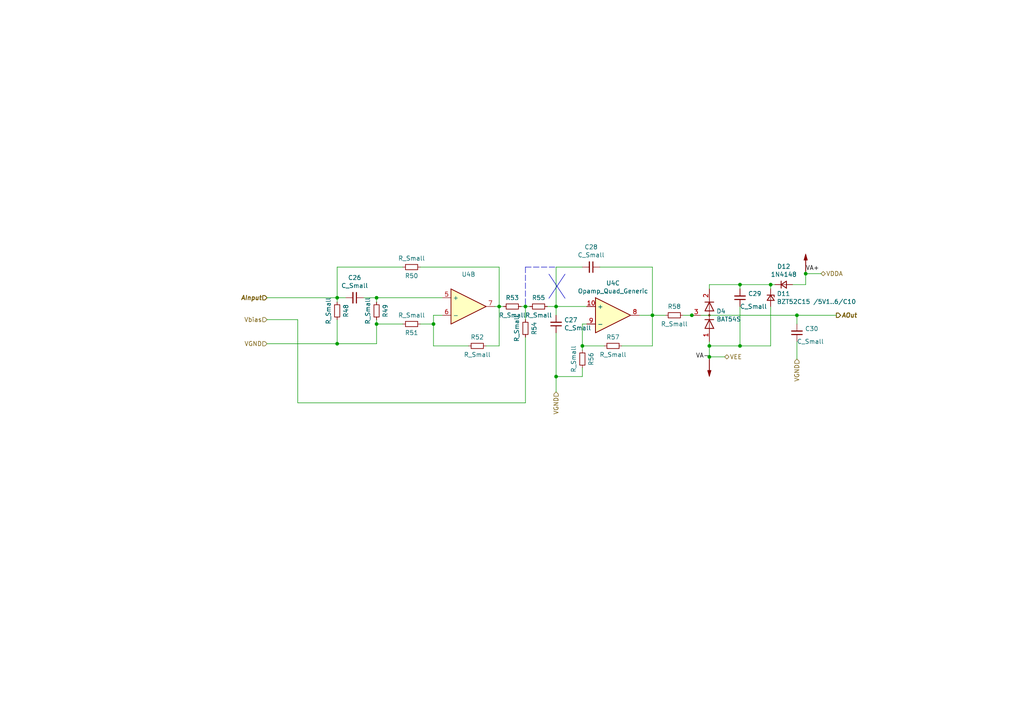
<source format=kicad_sch>
(kicad_sch (version 20230121) (generator eeschema)
  (paper "A4")
  (lib_symbols
    (symbol "Device:C_Small" (pin_numbers hide) (pin_names (offset 0.254) hide)
      (property "Reference" "C" (at 0.254 1.778 0))
      (property "Value" "C_Small" (at 0.254 -2.032 0))
      (symbol "C_Small_0_1"
        (polyline (pts (xy -1.524 -0.508) (xy 1.524 -0.508)) (stroke (width 0.3302)))
        (polyline (pts (xy -1.524 0.508) (xy 1.524 0.508)) (stroke (width 0.3048)))
      )
      (symbol "C_Small_1_1"
        (pin passive line (at 0 2.54 270) (length 2.032) (name "~") (number "1"))
        (pin passive line (at 0 -2.54 90) (length 2.032) (name "~") (number "2"))
      )
    )
    (symbol "Device:D_Small" (pin_numbers hide) (pin_names (offset 0.254) hide)
      (property "Reference" "D" (at -1.27 2.032 0))
      (property "Value" "D_Small" (at -3.81 -2.032 0))
      (symbol "D_Small_0_1"
        (polyline (pts (xy -0.762 -1.016) (xy -0.762 1.016)) (stroke (width 0.254)))
        (polyline (pts (xy -0.762 0) (xy 0.762 0)))
        (polyline (pts (xy 0.762 -1.016) (xy -0.762 0) (xy 0.762 1.016) (xy 0.762 -1.016)) (stroke (width 0.254)))
      )
      (symbol "D_Small_1_1"
        (pin passive line (at -2.54 0 0) (length 1.778) (name "K") (number "1"))
        (pin passive line (at 2.54 0 180) (length 1.778) (name "A") (number "2"))
      )
    )
    (symbol "Device:D_Zener_Small" (pin_numbers hide) (pin_names (offset 0.254) hide)
      (property "Reference" "D" (at 0 2.286 0))
      (property "Value" "D_Zener_Small" (at 0 -2.286 0))
      (symbol "D_Zener_Small_0_1"
        (polyline (pts (xy 0.762 0) (xy -0.762 0)))
        (polyline (pts (xy -0.254 1.016) (xy -0.762 1.016) (xy -0.762 -1.016)) (stroke (width 0.254)))
        (polyline (pts (xy 0.762 1.016) (xy -0.762 0) (xy 0.762 -1.016) (xy 0.762 1.016)) (stroke (width 0.254)))
      )
      (symbol "D_Zener_Small_1_1"
        (pin passive line (at -2.54 0 0) (length 1.778) (name "K") (number "1"))
        (pin passive line (at 2.54 0 180) (length 1.778) (name "A") (number "2"))
      )
    )
    (symbol "Device:R_Small" (pin_numbers hide) (pin_names (offset 0.254) hide)
      (property "Reference" "R" (at 0.762 0.508 0))
      (property "Value" "R_Small" (at 0.762 -1.016 0))
      (symbol "R_Small_0_1"
        (rectangle (start -0.762 1.778) (end 0.762 -1.778) (stroke (width 0.2032)))
      )
      (symbol "R_Small_1_1"
        (pin passive line (at 0 2.54 270) (length 0.762) (name "~") (number "1"))
        (pin passive line (at 0 -2.54 90) (length 0.762) (name "~") (number "2"))
      )
    )
    (symbol "Graphic:SYM_Arrow_Normal" (in_bom no) (on_board no)
      (symbol "SYM_Arrow_Normal_0_1"
        (polyline (pts (xy 1.524 0) (xy -2.54 0)) (stroke (width 0.254)))
        (polyline (pts (xy 2.54 0) (xy 0.762 -0.508) (xy 0.762 0.508) (xy 2.54 0)) (fill (type outline)))
      )
    )
    (symbol "Sallen-Keys_filter-rescue:D_x2_Serial_AKC-Device" (pin_names (offset 0.762) hide)
      (property "Reference" "D" (at 1.27 -2.54 0))
      (property "Value" "Device_D_x2_Serial_AKC" (at 0 2.54 0))
      (symbol "D_x2_Serial_AKC-Device_0_1"
        (polyline (pts (xy -3.81 0) (xy 3.81 0)))
        (polyline (pts (xy 0 0) (xy 0 -2.54)))
        (polyline (pts (xy 6.35 0) (xy 7.62 0)))
        (polyline (pts (xy -1.27 -1.27) (xy -1.27 1.27) (xy -1.27 1.27)) (stroke (width 0.254)))
        (polyline (pts (xy 3.81 1.27) (xy 3.81 -1.27) (xy 3.81 -1.27)) (stroke (width 0.254)))
        (polyline (pts (xy -3.81 1.27) (xy -1.27 0) (xy -3.81 -1.27) (xy -3.81 1.27) (xy -3.81 1.27) (xy -3.81 1.27)) (stroke (width 0.254)))
        (polyline (pts (xy 1.27 1.27) (xy 3.81 0) (xy 1.27 -1.27) (xy 1.27 1.27) (xy 1.27 1.27) (xy 1.27 1.27)) (stroke (width 0.254)))
        (circle (center 0 0) (radius 0.254) (fill (type outline)))
        (pin passive line (at -7.62 0 0) (length 3.81) (name "A") (number "1"))
        (pin passive line (at 7.62 0 180) (length 3.81) (name "K") (number "2"))
        (pin passive line (at 0 -5.08 90) (length 2.54) (name "common") (number "3"))
      )
    )
    (symbol "Sallen-Keys_filter-rescue:Opamp_Quad_Generic-Device"
      (property "Reference" "U" (at 0 5.08 0))
      (property "Value" "Device_Opamp_Quad_Generic" (at 0 -5.08 0))
      (symbol "Opamp_Quad_Generic-Device_1_1"
        (polyline (pts (xy -5.08 5.08) (xy 5.08 0) (xy -5.08 -5.08) (xy -5.08 5.08)) (stroke (width 0.254)) (fill (type background)))
        (pin output line (at 7.62 0 180) (length 2.54) (name "~") (number "1"))
        (pin input line (at -7.62 -2.54 0) (length 2.54) (name "-") (number "2"))
        (pin input line (at -7.62 2.54 0) (length 2.54) (name "+") (number "3"))
      )
      (symbol "Opamp_Quad_Generic-Device_2_1"
        (polyline (pts (xy -5.08 5.08) (xy 5.08 0) (xy -5.08 -5.08) (xy -5.08 5.08)) (stroke (width 0.254)) (fill (type background)))
        (pin input line (at -7.62 2.54 0) (length 2.54) (name "+") (number "5"))
        (pin input line (at -7.62 -2.54 0) (length 2.54) (name "-") (number "6"))
        (pin output line (at 7.62 0 180) (length 2.54) (name "~") (number "7"))
      )
      (symbol "Opamp_Quad_Generic-Device_3_1"
        (polyline (pts (xy -5.08 5.08) (xy 5.08 0) (xy -5.08 -5.08) (xy -5.08 5.08)) (stroke (width 0.254)) (fill (type background)))
        (pin input line (at -7.62 2.54 0) (length 2.54) (name "+") (number "10"))
        (pin output line (at 7.62 0 180) (length 2.54) (name "~") (number "8"))
        (pin input line (at -7.62 -2.54 0) (length 2.54) (name "-") (number "9"))
      )
      (symbol "Opamp_Quad_Generic-Device_4_1"
        (polyline (pts (xy -5.08 5.08) (xy 5.08 0) (xy -5.08 -5.08) (xy -5.08 5.08)) (stroke (width 0.254)) (fill (type background)))
        (pin input line (at -7.62 2.54 0) (length 2.54) (name "+") (number "12"))
        (pin input line (at -7.62 -2.54 0) (length 2.54) (name "-") (number "13"))
        (pin output line (at 7.62 0 180) (length 2.54) (name "~") (number "14"))
      )
      (symbol "Opamp_Quad_Generic-Device_5_1"
        (pin power_in line (at -2.54 -7.62 90) (length 3.81) (name "V-") (number "11"))
        (pin power_in line (at -2.54 7.62 270) (length 3.81) (name "V+") (number "4"))
      )
    )
  )
  (junction (at 205.74 100.33))
  (junction (at 161.29 88.9))
  (junction (at 168.91 100.33))
  (junction (at 223.52 82.55))
  (junction (at 97.79 86.36))
  (junction (at 161.29 109.22))
  (junction (at 144.78 88.9))
  (junction (at 200.66 91.44))
  (junction (at 97.79 99.695))
  (junction (at 214.63 100.33))
  (junction (at 109.22 93.98))
  (junction (at 231.14 91.44))
  (junction (at 109.22 86.36))
  (junction (at 233.68 79.375))
  (junction (at 189.23 91.44))
  (junction (at 205.74 103.505))
  (junction (at 152.4 88.9))
  (junction (at 214.63 82.55))
  (junction (at 125.73 93.98))
  (wire (pts (xy 205.74 104.14) (xy 205.74 103.505)))
  (wire (pts (xy 86.36 92.71) (xy 86.36 116.84)))
  (wire (pts (xy 109.22 93.98) (xy 109.22 92.71)))
  (wire (pts (xy 77.47 99.695) (xy 97.79 99.695)))
  (wire (pts (xy 161.29 109.22) (xy 168.91 109.22)))
  (wire (pts (xy 198.12 91.44) (xy 200.66 91.44)))
  (wire (pts (xy 214.63 83.82) (xy 214.63 82.55)))
  (wire (pts (xy 105.41 86.36) (xy 109.22 86.36)))
  (wire (pts (xy 152.4 88.9) (xy 152.4 92.71)))
  (wire (pts (xy 175.26 100.33) (xy 168.91 100.33)))
  (wire (pts (xy 189.23 100.33) (xy 189.23 91.44)))
  (wire (pts (xy 151.13 88.9) (xy 152.4 88.9)))
  (polyline (pts (xy 152.4 77.47) (xy 152.4 88.9)) (stroke (width 0) (type dash)))
  (wire (pts (xy 143.51 88.9) (xy 144.78 88.9)))
  (wire (pts (xy 223.52 100.33) (xy 214.63 100.33)))
  (wire (pts (xy 109.22 87.63) (xy 109.22 86.36)))
  (wire (pts (xy 205.74 103.505) (xy 210.185 103.505)))
  (wire (pts (xy 100.33 86.36) (xy 97.79 86.36)))
  (wire (pts (xy 144.78 77.47) (xy 144.78 88.9)))
  (wire (pts (xy 173.99 77.47) (xy 189.23 77.47)))
  (wire (pts (xy 97.79 99.695) (xy 109.22 99.695)))
  (wire (pts (xy 233.68 79.375) (xy 238.125 79.375)))
  (wire (pts (xy 144.78 88.9) (xy 146.05 88.9)))
  (wire (pts (xy 77.47 92.71) (xy 86.36 92.71)))
  (wire (pts (xy 168.91 101.6) (xy 168.91 100.33)))
  (wire (pts (xy 97.79 99.695) (xy 97.79 92.71)))
  (wire (pts (xy 97.79 86.36) (xy 97.79 87.63)))
  (wire (pts (xy 233.68 78.74) (xy 233.68 79.375)))
  (wire (pts (xy 189.23 91.44) (xy 185.42 91.44)))
  (wire (pts (xy 223.52 82.55) (xy 214.63 82.55)))
  (wire (pts (xy 109.22 99.695) (xy 109.22 93.98)))
  (wire (pts (xy 152.4 88.9) (xy 153.67 88.9)))
  (wire (pts (xy 200.66 91.44) (xy 231.14 91.44)))
  (wire (pts (xy 205.74 82.55) (xy 214.63 82.55)))
  (wire (pts (xy 97.79 86.36) (xy 97.79 77.47)))
  (wire (pts (xy 193.04 91.44) (xy 189.23 91.44)))
  (wire (pts (xy 135.89 100.33) (xy 125.73 100.33)))
  (wire (pts (xy 116.84 93.98) (xy 109.22 93.98)))
  (wire (pts (xy 168.91 109.22) (xy 168.91 106.68)))
  (wire (pts (xy 231.14 99.06) (xy 231.14 104.14)))
  (wire (pts (xy 168.91 77.47) (xy 161.29 77.47)))
  (wire (pts (xy 152.4 116.84) (xy 152.4 97.79)))
  (wire (pts (xy 223.52 88.9) (xy 223.52 100.33)))
  (wire (pts (xy 161.29 113.665) (xy 161.29 109.22)))
  (wire (pts (xy 161.29 96.52) (xy 161.29 109.22)))
  (wire (pts (xy 77.47 86.36) (xy 97.79 86.36)))
  (wire (pts (xy 158.75 88.9) (xy 161.29 88.9)))
  (wire (pts (xy 214.63 100.33) (xy 214.63 88.9)))
  (wire (pts (xy 205.74 100.33) (xy 205.74 99.06)))
  (wire (pts (xy 109.22 86.36) (xy 128.27 86.36)))
  (wire (pts (xy 125.73 100.33) (xy 125.73 93.98)))
  (wire (pts (xy 205.74 103.505) (xy 205.74 100.33)))
  (wire (pts (xy 161.29 91.44) (xy 161.29 88.9)))
  (wire (pts (xy 214.63 100.33) (xy 205.74 100.33)))
  (wire (pts (xy 121.92 93.98) (xy 125.73 93.98)))
  (wire (pts (xy 86.36 116.84) (xy 152.4 116.84)))
  (wire (pts (xy 168.91 93.98) (xy 170.18 93.98)))
  (wire (pts (xy 121.92 77.47) (xy 144.78 77.47)))
  (wire (pts (xy 205.74 83.82) (xy 205.74 82.55)))
  (wire (pts (xy 180.34 100.33) (xy 189.23 100.33)))
  (wire (pts (xy 223.52 83.82) (xy 223.52 82.55)))
  (wire (pts (xy 140.97 100.33) (xy 144.78 100.33)))
  (wire (pts (xy 233.68 82.55) (xy 229.87 82.55)))
  (wire (pts (xy 144.78 100.33) (xy 144.78 88.9)))
  (wire (pts (xy 189.23 77.47) (xy 189.23 91.44)))
  (wire (pts (xy 161.29 88.9) (xy 170.18 88.9)))
  (wire (pts (xy 125.73 93.98) (xy 125.73 91.44)))
  (wire (pts (xy 231.14 91.44) (xy 242.57 91.44)))
  (wire (pts (xy 168.91 100.33) (xy 168.91 93.98)))
  (wire (pts (xy 231.14 93.98) (xy 231.14 91.44)))
  (wire (pts (xy 97.79 77.47) (xy 116.84 77.47)))
  (polyline (pts (xy 152.4 77.47) (xy 161.29 77.47)) (stroke (width 0) (type dash)))
  (wire (pts (xy 161.29 77.47) (xy 161.29 88.9)))
  (wire (pts (xy 224.79 82.55) (xy 223.52 82.55)))
  (wire (pts (xy 233.68 79.375) (xy 233.68 82.55)))
  (wire (pts (xy 125.73 91.44) (xy 128.27 91.44)))
  (text "X" (at 158.115 87.63 0) (effects (font (size 7 7)) (justify left bottom)))
  (label "VA-" (at 205.74 104.14 180))
  (label "VA+" (at 233.68 78.74 0))
  (hierarchical_label "AInput" (shape input) (at 77.47 86.36 180) (effects (font (thickness 0.254) bold italic)))
  (hierarchical_label "Vbias" (shape input) (at 77.47 92.71 180))
  (hierarchical_label "VGND" (shape input) (at 161.29 113.665 270))
  (hierarchical_label "VGND" (shape input) (at 231.14 104.14 270))
  (hierarchical_label "AOut" (shape output) (at 242.57 91.44 0) (effects (font (thickness 0.254) bold italic)))
  (hierarchical_label "VEE" (shape bidirectional) (at 210.185 103.505 0))
  (hierarchical_label "VDDA" (shape bidirectional) (at 238.125 79.375 0))
  (hierarchical_label "VGND" (shape input) (at 77.47 99.695 180))
  (symbol (lib_id "Sallen-Keys_filter-rescue:Opamp_Quad_Generic-Device") (at 135.89 88.9 0) (unit 2)
    (property "Reference" "U4" (at 135.89 79.5782 0))
    (property "Value" "Opamp_Quad_Generic" (effects hide))
    (property "Footprint" "Package_SO:SOIC-14_3.9x8.7mm_P1.27mm" (effects hide))
    (instances (project "Sallen-Keys_filter" (path "" (reference "U4") (unit 2)) (path "" (reference "U3") (unit 2))))
  )
  (symbol (lib_id "Sallen-Keys_filter-rescue:Opamp_Quad_Generic-Device") (at 177.8 91.44 0) (unit 3)
    (property "Reference" "U4" (at 177.8 82.1182 0))
    (property "Value" "Opamp_Quad_Generic" (at 177.8 84.4296 0))
    (property "Footprint" "Package_SO:SOIC-14_3.9x8.7mm_P1.27mm" (effects hide))
    (instances (project "Sallen-Keys_filter" (path "" (reference "U4") (unit 3)) (path "" (reference "U3") (unit 3))))
  )
  (symbol (lib_id "Device:R_Small") (at 138.43 100.33 270) (unit 1)
    (property "Reference" "R52" (at 138.43 97.79 90))
    (property "Value" "R_Small" (at 138.43 102.87 90))
    (property "Footprint" "Resistor_SMD:R_0805_2012Metric" (effects hide))
    (instances (project "Sallen-Keys_filter" (path "" (reference "R52") (unit 1)) (path "" (reference "R30") (unit 1))))
  )
  (symbol (lib_id "Device:R_Small") (at 148.59 88.9 270) (unit 1)
    (property "Reference" "R53" (at 148.59 86.36 90))
    (property "Value" "R_Small" (at 148.59 91.44 90))
    (property "Footprint" "Resistor_SMD:R_0805_2012Metric" (effects hide))
    (instances (project "Sallen-Keys_filter" (path "" (reference "R53") (unit 1)) (path "" (reference "R31") (unit 1))))
  )
  (symbol (lib_id "Device:R_Small") (at 156.21 88.9 270) (unit 1)
    (property "Reference" "R55" (at 156.21 86.36 90))
    (property "Value" "R_Small" (at 156.21 91.44 90))
    (property "Footprint" "Resistor_SMD:R_0805_2012Metric" (effects hide))
    (instances (project "Sallen-Keys_filter" (path "" (reference "R55") (unit 1)) (path "" (reference "R33") (unit 1))))
  )
  (symbol (lib_id "Device:R_Small") (at 152.4 95.25 180) (unit 1)
    (property "Reference" "R54" (at 154.94 95.25 90))
    (property "Value" "R_Small" (at 149.86 95.25 90))
    (property "Footprint" "Resistor_SMD:R_0805_2012Metric" (effects hide))
    (instances (project "Sallen-Keys_filter" (path "" (reference "R54") (unit 1)) (path "" (reference "R32") (unit 1))))
  )
  (symbol (lib_id "Device:R_Small") (at 109.22 90.17 180) (unit 1)
    (property "Reference" "R49" (at 111.76 90.17 90))
    (property "Value" "R_Small" (at 106.68 90.17 90))
    (property "Footprint" "Resistor_SMD:R_0805_2012Metric" (effects hide))
    (instances (project "Sallen-Keys_filter" (path "" (reference "R49") (unit 1)) (path "" (reference "R27") (unit 1))))
  )
  (symbol (lib_id "Device:R_Small") (at 97.79 90.17 180) (unit 1)
    (property "Reference" "R48" (at 100.33 90.17 90))
    (property "Value" "R_Small" (at 95.25 90.17 90))
    (property "Footprint" "Resistor_SMD:R_0805_2012Metric" (effects hide))
    (instances (project "Sallen-Keys_filter" (path "" (reference "R48") (unit 1)) (path "" (reference "R26") (unit 1))))
  )
  (symbol (lib_id "Device:C_Small") (at 102.87 86.36 270) (unit 1)
    (property "Reference" "C26" (at 102.87 80.5434 90))
    (property "Value" "C_Small" (at 102.87 82.8548 90))
    (property "Footprint" "Capacitor_SMD:C_1206_3216Metric_Pad1.33x1.80mm_HandSolder" (effects hide))
    (instances (project "Sallen-Keys_filter" (path "" (reference "C26") (unit 1)) (path "" (reference "C12") (unit 1))))
  )
  (symbol (lib_id "Device:R_Small") (at 119.38 93.98 90) (unit 1)
    (property "Reference" "R51" (at 119.38 96.52 90))
    (property "Value" "R_Small" (at 119.38 91.44 90))
    (property "Footprint" "Resistor_SMD:R_0805_2012Metric" (effects hide))
    (instances (project "Sallen-Keys_filter" (path "" (reference "R51") (unit 1)) (path "" (reference "R29") (unit 1))))
  )
  (symbol (lib_id "Device:R_Small") (at 119.38 77.47 90) (unit 1)
    (property "Reference" "R50" (at 119.38 80.01 90))
    (property "Value" "R_Small" (at 119.38 74.93 90))
    (property "Footprint" "Resistor_SMD:R_0805_2012Metric" (effects hide))
    (instances (project "Sallen-Keys_filter" (path "" (reference "R50") (unit 1)) (path "" (reference "R28") (unit 1))))
  )
  (symbol (lib_id "Device:C_Small") (at 161.29 93.98 180) (unit 1)
    (property "Reference" "C27" (at 163.6268 92.8116 0) (effects (justify right)))
    (property "Value" "C_Small" (at 163.6268 95.123 0) (effects (justify right)))
    (property "Footprint" "Capacitor_SMD:C_1206_3216Metric_Pad1.33x1.80mm_HandSolder" (effects hide))
    (instances (project "Sallen-Keys_filter" (path "" (reference "C27") (unit 1)) (path "" (reference "C13") (unit 1))))
  )
  (symbol (lib_id "Device:C_Small") (at 171.45 77.47 270) (unit 1)
    (property "Reference" "C28" (at 171.45 71.6534 90))
    (property "Value" "C_Small" (at 171.45 73.9648 90))
    (property "Footprint" "Capacitor_SMD:C_1206_3216Metric_Pad1.33x1.80mm_HandSolder" (effects hide))
    (instances (project "Sallen-Keys_filter" (path "" (reference "C28") (unit 1)) (path "" (reference "C14") (unit 1))))
  )
  (symbol (lib_id "Device:R_Small") (at 168.91 104.14 180) (unit 1)
    (property "Reference" "R56" (at 171.45 104.14 90))
    (property "Value" "R_Small" (at 166.37 104.14 90))
    (property "Footprint" "Resistor_SMD:R_0805_2012Metric" (effects hide))
    (instances (project "Sallen-Keys_filter" (path "" (reference "R56") (unit 1)) (path "" (reference "R34") (unit 1))))
  )
  (symbol (lib_id "Device:R_Small") (at 177.8 100.33 270) (unit 1)
    (property "Reference" "R57" (at 177.8 97.79 90))
    (property "Value" "R_Small" (at 177.8 102.87 90))
    (property "Footprint" "Resistor_SMD:R_0805_2012Metric" (effects hide))
    (instances (project "Sallen-Keys_filter" (path "" (reference "R57") (unit 1)) (path "" (reference "R35") (unit 1))))
  )
  (symbol (lib_id "Device:R_Small") (at 195.58 91.44 270) (unit 1)
    (property "Reference" "R58" (at 195.58 88.9 90))
    (property "Value" "R_Small" (at 195.58 93.98 90))
    (property "Footprint" "Resistor_SMD:R_0805_2012Metric" (effects hide))
    (instances (project "Sallen-Keys_filter" (path "" (reference "R58") (unit 1)) (path "" (reference "R36") (unit 1))))
  )
  (symbol (lib_id "Device:C_Small") (at 214.63 86.36 180) (unit 1)
    (property "Reference" "C29" (at 216.9668 85.1916 0) (effects (justify right)))
    (property "Value" "C_Small" (at 214.63 88.9 0) (effects (justify right)))
    (property "Footprint" "Capacitor_SMD:C_1206_3216Metric_Pad1.33x1.80mm_HandSolder" (effects hide))
    (instances (project "Sallen-Keys_filter" (path "" (reference "C29") (unit 1)) (path "" (reference "C15") (unit 1))))
  )
  (symbol (lib_id "Device:D_Small") (at 227.33 82.55 0) (unit 1)
    (property "Reference" "D12" (at 227.33 77.2922 0))
    (property "Value" "1N4148" (at 227.33 79.6036 0))
    (property "Footprint" "Diode_SMD:D_SOD-123" (effects hide))
    (instances (project "Sallen-Keys_filter" (path "" (reference "D12") (unit 1)) (path "" (reference "D6") (unit 1))))
  )
  (symbol (lib_id "Device:D_Zener_Small") (at 223.52 86.36 270) (unit 1)
    (property "Reference" "D11" (at 225.298 85.1916 90) (effects (justify left)))
    (property "Value" "BZT52C15 /5V1..6/C10" (at 225.298 87.503 90) (effects (justify left)))
    (property "Footprint" "Diode_SMD:D_SOD-123" (effects hide))
    (property "Datasheet" "BZX55CV" (effects hide))
    (instances (project "Sallen-Keys_filter" (path "" (reference "D11") (unit 1)) (path "" (reference "D5") (unit 1))))
  )
  (symbol (lib_id "Device:C_Small") (at 231.14 96.52 180) (unit 1)
    (property "Reference" "C30" (at 233.4768 95.3516 0) (effects (justify right)))
    (property "Value" "C_Small" (at 231.14 99.06 0) (effects (justify right)))
    (property "Footprint" "Capacitor_SMD:C_1206_3216Metric_Pad1.33x1.80mm_HandSolder" (effects hide))
    (instances (project "Sallen-Keys_filter" (path "" (reference "C30") (unit 1)) (path "" (reference "C16") (unit 1))))
  )
  (symbol (lib_id "Sallen-Keys_filter-rescue:D_x2_Serial_AKC-Device") (at 205.74 91.44 270) (mirror x) (unit 1)
    (property "Reference" "D4" (at 207.772 90.2716 90) (effects (justify left)))
    (property "Value" "BAT54S" (at 207.772 92.583 90) (effects (justify left)))
    (property "Footprint" "Package_TO_SOT_SMD:SOT-23" (effects hide))
    (instances (project "Sallen-Keys_filter" (path "" (reference "D4") (unit 1)) (path "" (reference "D10") (unit 1))))
  )
  (symbol (lib_id "Graphic:SYM_Arrow_Normal") (at 205.74 106.68 270) (unit 1)
    (property "Reference" "#SYM11" (effects hide))
    (property "Value" "SYM_Arrow_Normal" (effects hide))
    (instances (project "Sallen-Keys_filter" (path "" (reference "#SYM11") (unit 1)) (path "" (reference "#SYM17") (unit 1))))
  )
  (symbol (lib_id "Graphic:SYM_Arrow_Normal") (at 233.68 76.2 90) (unit 1)
    (property "Reference" "#SYM12" (effects hide))
    (property "Value" "SYM_Arrow_Normal" (effects hide))
    (instances (project "Sallen-Keys_filter" (path "" (reference "#SYM12") (unit 1)) (path "" (reference "#SYM18") (unit 1))))
  )
)
</source>
